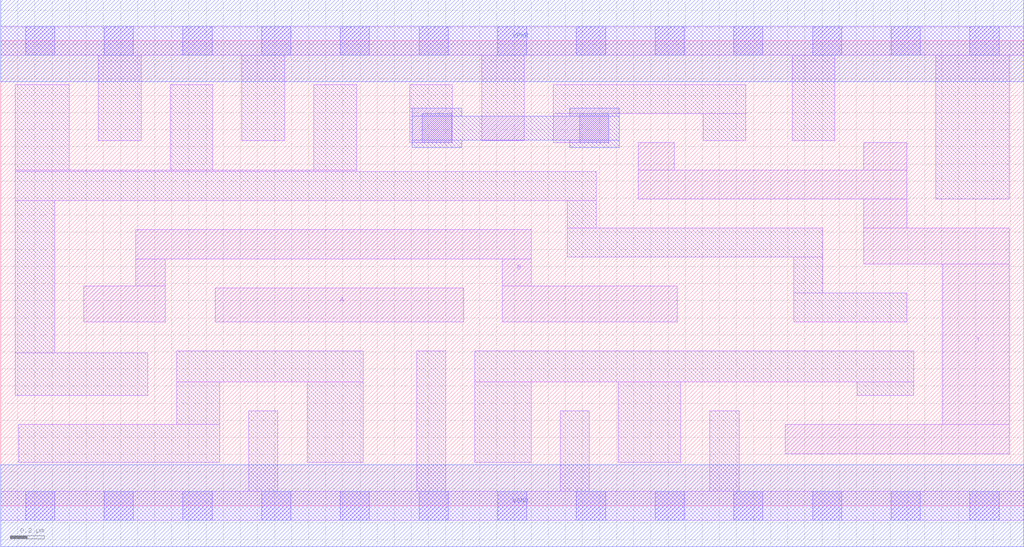
<source format=lef>
# Copyright 2020 The SkyWater PDK Authors
#
# Licensed under the Apache License, Version 2.0 (the "License");
# you may not use this file except in compliance with the License.
# You may obtain a copy of the License at
#
#     https://www.apache.org/licenses/LICENSE-2.0
#
# Unless required by applicable law or agreed to in writing, software
# distributed under the License is distributed on an "AS IS" BASIS,
# WITHOUT WARRANTIES OR CONDITIONS OF ANY KIND, either express or implied.
# See the License for the specific language governing permissions and
# limitations under the License.
#
# SPDX-License-Identifier: Apache-2.0

VERSION 5.7 ;
  NOWIREEXTENSIONATPIN ON ;
  DIVIDERCHAR "/" ;
  BUSBITCHARS "[]" ;
UNITS
  DATABASE MICRONS 200 ;
END UNITS
MACRO sky130_fd_sc_hd__xnor2_2
  CLASS CORE ;
  FOREIGN sky130_fd_sc_hd__xnor2_2 ;
  ORIGIN  0.000000  0.000000 ;
  SIZE  5.980000 BY  2.720000 ;
  SYMMETRY X Y R90 ;
  SITE unithd ;
  PIN A
    ANTENNAGATEAREA  0.990000 ;
    DIRECTION INPUT ;
    USE SIGNAL ;
    PORT
      LAYER li1 ;
        RECT 1.255000 1.075000 2.705000 1.275000 ;
    END
  END A
  PIN B
    ANTENNAGATEAREA  0.990000 ;
    DIRECTION INPUT ;
    USE SIGNAL ;
    PORT
      LAYER li1 ;
        RECT 0.485000 1.075000 0.960000 1.285000 ;
        RECT 0.790000 1.285000 0.960000 1.445000 ;
        RECT 0.790000 1.445000 3.100000 1.615000 ;
        RECT 2.930000 1.075000 3.955000 1.285000 ;
        RECT 2.930000 1.285000 3.100000 1.445000 ;
    END
  END B
  PIN Y
    ANTENNADIFFAREA  0.913000 ;
    DIRECTION OUTPUT ;
    USE SIGNAL ;
    PORT
      LAYER li1 ;
        RECT 3.725000 1.795000 5.295000 1.965000 ;
        RECT 3.725000 1.965000 3.935000 2.125000 ;
        RECT 4.585000 0.305000 5.895000 0.475000 ;
        RECT 5.045000 1.415000 5.895000 1.625000 ;
        RECT 5.045000 1.625000 5.295000 1.795000 ;
        RECT 5.045000 1.965000 5.295000 2.125000 ;
        RECT 5.505000 0.475000 5.895000 1.415000 ;
    END
  END Y
  PIN VGND
    DIRECTION INOUT ;
    SHAPE ABUTMENT ;
    USE GROUND ;
    PORT
      LAYER met1 ;
        RECT 0.000000 -0.240000 5.980000 0.240000 ;
    END
  END VGND
  PIN VPWR
    DIRECTION INOUT ;
    SHAPE ABUTMENT ;
    USE POWER ;
    PORT
      LAYER met1 ;
        RECT 0.000000 2.480000 5.980000 2.960000 ;
    END
  END VPWR
  OBS
    LAYER li1 ;
      RECT 0.000000 -0.085000 5.980000 0.085000 ;
      RECT 0.000000  2.635000 5.980000 2.805000 ;
      RECT 0.085000  0.645000 0.860000 0.895000 ;
      RECT 0.085000  0.895000 0.315000 1.785000 ;
      RECT 0.085000  1.785000 3.480000 1.955000 ;
      RECT 0.085000  1.955000 2.080000 1.965000 ;
      RECT 0.085000  1.965000 0.400000 2.465000 ;
      RECT 0.105000  0.255000 1.280000 0.475000 ;
      RECT 0.570000  2.135000 0.820000 2.635000 ;
      RECT 0.990000  1.965000 1.240000 2.465000 ;
      RECT 1.030000  0.475000 1.280000 0.725000 ;
      RECT 1.030000  0.725000 2.120000 0.905000 ;
      RECT 1.410000  2.135000 1.660000 2.635000 ;
      RECT 1.450000  0.085000 1.620000 0.555000 ;
      RECT 1.790000  0.255000 2.120000 0.725000 ;
      RECT 1.830000  1.965000 2.080000 2.465000 ;
      RECT 2.390000  2.125000 2.640000 2.465000 ;
      RECT 2.430000  0.085000 2.600000 0.905000 ;
      RECT 2.770000  0.255000 3.100000 0.725000 ;
      RECT 2.770000  0.725000 5.335000 0.905000 ;
      RECT 2.810000  2.135000 3.060000 2.635000 ;
      RECT 3.230000  2.125000 3.555000 2.295000 ;
      RECT 3.230000  2.295000 4.355000 2.465000 ;
      RECT 3.270000  0.085000 3.440000 0.555000 ;
      RECT 3.310000  1.455000 4.805000 1.625000 ;
      RECT 3.310000  1.625000 3.480000 1.785000 ;
      RECT 3.610000  0.255000 3.975000 0.725000 ;
      RECT 4.105000  2.135000 4.355000 2.295000 ;
      RECT 4.145000  0.085000 4.315000 0.555000 ;
      RECT 4.625000  2.135000 4.875000 2.635000 ;
      RECT 4.635000  1.075000 5.295000 1.245000 ;
      RECT 4.635000  1.245000 4.805000 1.455000 ;
      RECT 5.005000  0.645000 5.335000 0.725000 ;
      RECT 5.465000  1.795000 5.895000 2.635000 ;
    LAYER mcon ;
      RECT 0.145000 -0.085000 0.315000 0.085000 ;
      RECT 0.145000  2.635000 0.315000 2.805000 ;
      RECT 0.605000 -0.085000 0.775000 0.085000 ;
      RECT 0.605000  2.635000 0.775000 2.805000 ;
      RECT 1.065000 -0.085000 1.235000 0.085000 ;
      RECT 1.065000  2.635000 1.235000 2.805000 ;
      RECT 1.525000 -0.085000 1.695000 0.085000 ;
      RECT 1.525000  2.635000 1.695000 2.805000 ;
      RECT 1.985000 -0.085000 2.155000 0.085000 ;
      RECT 1.985000  2.635000 2.155000 2.805000 ;
      RECT 2.445000 -0.085000 2.615000 0.085000 ;
      RECT 2.445000  2.635000 2.615000 2.805000 ;
      RECT 2.465000  2.125000 2.635000 2.295000 ;
      RECT 2.905000 -0.085000 3.075000 0.085000 ;
      RECT 2.905000  2.635000 3.075000 2.805000 ;
      RECT 3.365000 -0.085000 3.535000 0.085000 ;
      RECT 3.365000  2.635000 3.535000 2.805000 ;
      RECT 3.385000  2.125000 3.555000 2.295000 ;
      RECT 3.825000 -0.085000 3.995000 0.085000 ;
      RECT 3.825000  2.635000 3.995000 2.805000 ;
      RECT 4.285000 -0.085000 4.455000 0.085000 ;
      RECT 4.285000  2.635000 4.455000 2.805000 ;
      RECT 4.745000 -0.085000 4.915000 0.085000 ;
      RECT 4.745000  2.635000 4.915000 2.805000 ;
      RECT 5.205000 -0.085000 5.375000 0.085000 ;
      RECT 5.205000  2.635000 5.375000 2.805000 ;
      RECT 5.665000 -0.085000 5.835000 0.085000 ;
      RECT 5.665000  2.635000 5.835000 2.805000 ;
    LAYER met1 ;
      RECT 2.405000 2.095000 2.695000 2.140000 ;
      RECT 2.405000 2.140000 3.615000 2.280000 ;
      RECT 2.405000 2.280000 2.695000 2.325000 ;
      RECT 3.325000 2.095000 3.615000 2.140000 ;
      RECT 3.325000 2.280000 3.615000 2.325000 ;
  END
END sky130_fd_sc_hd__xnor2_2
END LIBRARY

</source>
